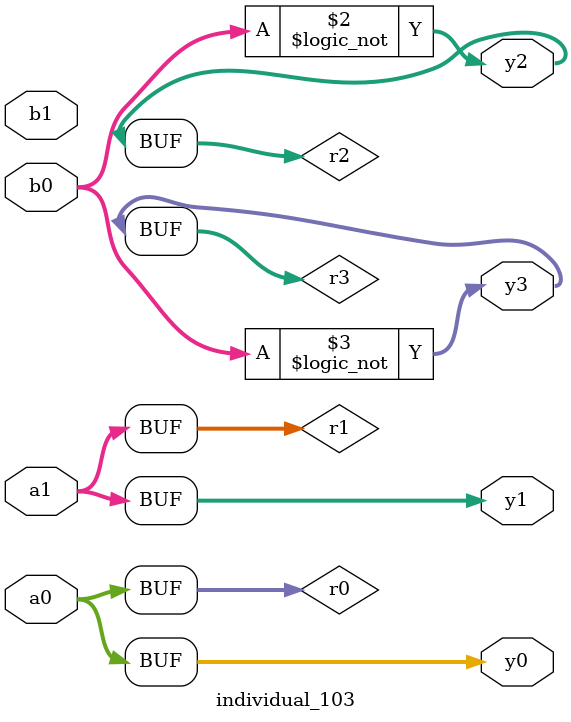
<source format=sv>
module individual_103(input logic [15:0] a1, input logic [15:0] a0, input logic [15:0] b1, input logic [15:0] b0, output logic [15:0] y3, output logic [15:0] y2, output logic [15:0] y1, output logic [15:0] y0);
logic [15:0] r0, r1, r2, r3; 
 always@(*) begin 
	 r0 = a0; r1 = a1; r2 = b0; r3 = b1; 
 	 r2 = ! b0 ;
 	 r3 = ! b0 ;
 	 y3 = r3; y2 = r2; y1 = r1; y0 = r0; 
end
endmodule
</source>
